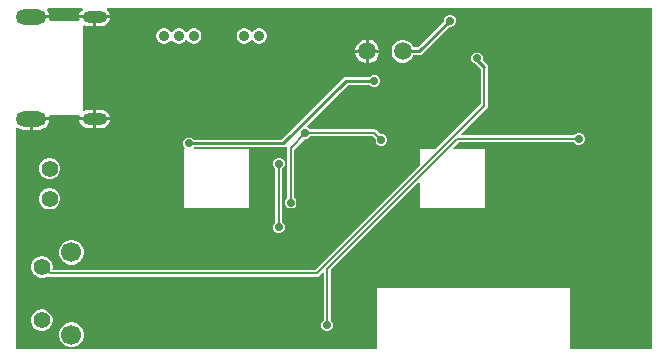
<source format=gbl>
G04*
G04 #@! TF.GenerationSoftware,Altium Limited,Altium Designer,23.8.1 (32)*
G04*
G04 Layer_Physical_Order=2*
G04 Layer_Color=16711680*
%FSLAX44Y44*%
%MOMM*%
G71*
G04*
G04 #@! TF.SameCoordinates,BD739B87-A4AA-4D6D-BF89-38DACE635197*
G04*
G04*
G04 #@! TF.FilePolarity,Positive*
G04*
G01*
G75*
%ADD10C,0.2000*%
%ADD66C,1.5000*%
%ADD74C,0.2500*%
%ADD87O,2.6000X1.3000*%
%ADD88O,2.1000X1.0000*%
%ADD89C,0.9000*%
%ADD90C,1.4000*%
%ADD91C,1.7000*%
%ADD92C,0.7000*%
G36*
X222892Y-41392D02*
X153000D01*
Y11000D01*
X-10000D01*
Y-41392D01*
X-315892D01*
Y145925D01*
X-314753Y146487D01*
X-314039Y145939D01*
X-311849Y145032D01*
X-309500Y144722D01*
X-304250D01*
Y153800D01*
X-303000D01*
Y155050D01*
X-287587D01*
X-287664Y155632D01*
X-286811Y156902D01*
X-264200D01*
X-263010Y157139D01*
X-262096Y156026D01*
X-262207Y155758D01*
X-262300Y155050D01*
X-250650D01*
Y161365D01*
X-254900D01*
X-256858Y161107D01*
X-258086Y160598D01*
X-259204Y161489D01*
X-259102Y162000D01*
Y232008D01*
X-259202Y232509D01*
X-258084Y233401D01*
X-256858Y232893D01*
X-254900Y232635D01*
X-250650D01*
Y238950D01*
X-262300D01*
X-262207Y238242D01*
X-262100Y237983D01*
X-263013Y236870D01*
X-264200Y237106D01*
X-286807D01*
X-287663Y238376D01*
X-287587Y238950D01*
X-303000D01*
Y241450D01*
X-287587D01*
X-287732Y242549D01*
X-288638Y244739D01*
X-289700Y246122D01*
X-289074Y247392D01*
X-259933D01*
X-259502Y246122D01*
X-260249Y245549D01*
X-261451Y243982D01*
X-262207Y242158D01*
X-262300Y241450D01*
X-236500D01*
X-236593Y242158D01*
X-237349Y243982D01*
X-238551Y245549D01*
X-239298Y246122D01*
X-238867Y247392D01*
X222892D01*
Y-41392D01*
D02*
G37*
%LPC*%
G36*
X-236500Y238950D02*
X-248150D01*
Y232635D01*
X-243900D01*
X-241942Y232893D01*
X-240118Y233649D01*
X-238551Y234851D01*
X-237349Y236418D01*
X-236593Y238242D01*
X-236500Y238950D01*
D02*
G37*
G36*
X-109144Y230500D02*
X-110856D01*
X-112509Y230057D01*
X-113991Y229201D01*
X-115201Y227991D01*
X-115517Y227445D01*
X-116983D01*
X-117299Y227991D01*
X-118509Y229201D01*
X-119991Y230057D01*
X-121644Y230500D01*
X-123356D01*
X-125009Y230057D01*
X-126491Y229201D01*
X-127701Y227991D01*
X-128557Y226509D01*
X-129000Y224856D01*
Y223144D01*
X-128557Y221491D01*
X-127701Y220009D01*
X-126491Y218799D01*
X-125009Y217943D01*
X-123356Y217500D01*
X-121644D01*
X-119991Y217943D01*
X-118509Y218799D01*
X-117299Y220009D01*
X-116983Y220555D01*
X-115517D01*
X-115201Y220009D01*
X-113991Y218799D01*
X-112509Y217943D01*
X-110856Y217500D01*
X-109144D01*
X-107491Y217943D01*
X-106009Y218799D01*
X-104799Y220009D01*
X-103943Y221491D01*
X-103500Y223144D01*
Y224856D01*
X-103943Y226509D01*
X-104799Y227991D01*
X-106009Y229201D01*
X-107491Y230057D01*
X-109144Y230500D01*
D02*
G37*
G36*
X-164644D02*
X-166356D01*
X-168009Y230057D01*
X-169491Y229201D01*
X-170701Y227991D01*
X-171017Y227445D01*
X-172483D01*
X-172799Y227991D01*
X-174009Y229201D01*
X-175491Y230057D01*
X-177144Y230500D01*
X-178856D01*
X-180509Y230057D01*
X-181991Y229201D01*
X-183201Y227991D01*
X-183517Y227445D01*
X-184983D01*
X-185299Y227991D01*
X-186509Y229201D01*
X-187991Y230057D01*
X-189644Y230500D01*
X-191356D01*
X-193009Y230057D01*
X-194491Y229201D01*
X-195701Y227991D01*
X-196557Y226509D01*
X-197000Y224856D01*
Y223144D01*
X-196557Y221491D01*
X-195701Y220009D01*
X-194491Y218799D01*
X-193009Y217943D01*
X-191356Y217500D01*
X-189644D01*
X-187991Y217943D01*
X-186509Y218799D01*
X-185299Y220009D01*
X-184983Y220555D01*
X-183517D01*
X-183201Y220009D01*
X-181991Y218799D01*
X-180509Y217943D01*
X-178856Y217500D01*
X-177144D01*
X-175491Y217943D01*
X-174009Y218799D01*
X-172799Y220009D01*
X-172483Y220555D01*
X-171017D01*
X-170701Y220009D01*
X-169491Y218799D01*
X-168009Y217943D01*
X-166356Y217500D01*
X-164644D01*
X-162991Y217943D01*
X-161509Y218799D01*
X-160299Y220009D01*
X-159443Y221491D01*
X-159000Y223144D01*
Y224856D01*
X-159443Y226509D01*
X-160299Y227991D01*
X-161509Y229201D01*
X-162991Y230057D01*
X-164644Y230500D01*
D02*
G37*
G36*
X52495Y242000D02*
X50505D01*
X48668Y241239D01*
X47261Y239832D01*
X46500Y237995D01*
Y236686D01*
X24128Y214314D01*
X20447D01*
X20353Y214667D01*
X19102Y216833D01*
X17333Y218602D01*
X15167Y219853D01*
X12751Y220500D01*
X10249D01*
X7833Y219853D01*
X5667Y218602D01*
X3898Y216833D01*
X2647Y214667D01*
X2000Y212251D01*
Y209749D01*
X2647Y207333D01*
X3898Y205167D01*
X5667Y203398D01*
X7833Y202147D01*
X10249Y201500D01*
X12751D01*
X15167Y202147D01*
X17333Y203398D01*
X19102Y205167D01*
X20353Y207333D01*
X20447Y207686D01*
X25500D01*
X26768Y207939D01*
X27843Y208657D01*
X51186Y232000D01*
X52495D01*
X54332Y232761D01*
X55739Y234168D01*
X56500Y236005D01*
Y237995D01*
X55739Y239832D01*
X54332Y241239D01*
X52495Y242000D01*
D02*
G37*
G36*
X-17184Y221000D02*
X-17250D01*
Y212250D01*
X-8500D01*
Y212316D01*
X-9182Y214860D01*
X-10498Y217140D01*
X-12360Y219002D01*
X-14640Y220319D01*
X-17184Y221000D01*
D02*
G37*
G36*
X-19750D02*
X-19816D01*
X-22360Y220319D01*
X-24640Y219002D01*
X-26502Y217140D01*
X-27819Y214860D01*
X-28500Y212316D01*
Y212250D01*
X-19750D01*
Y221000D01*
D02*
G37*
G36*
X-8500Y209750D02*
X-17250D01*
Y201000D01*
X-17184D01*
X-14640Y201681D01*
X-12360Y202998D01*
X-10498Y204860D01*
X-9182Y207140D01*
X-8500Y209683D01*
Y209750D01*
D02*
G37*
G36*
X-19750D02*
X-28500D01*
Y209683D01*
X-27819Y207140D01*
X-26502Y204860D01*
X-24640Y202998D01*
X-22360Y201681D01*
X-19816Y201000D01*
X-19750D01*
Y209750D01*
D02*
G37*
G36*
X-11505Y191000D02*
X-13495D01*
X-15332Y190239D01*
X-16257Y189314D01*
X-36500D01*
X-37768Y189061D01*
X-38843Y188343D01*
X-90872Y136314D01*
X-165743D01*
X-166668Y137239D01*
X-168505Y138000D01*
X-170495D01*
X-172332Y137239D01*
X-173739Y135832D01*
X-174500Y133995D01*
Y132005D01*
X-173739Y130168D01*
X-172841Y129270D01*
X-173367Y128000D01*
X-174000D01*
Y78000D01*
X-119000D01*
Y128000D01*
X-164583D01*
X-165246Y129270D01*
X-164957Y129686D01*
X-89500D01*
X-88232Y129939D01*
X-87580Y130374D01*
X-86434Y129627D01*
X-86559Y129000D01*
X-86559Y129000D01*
Y87012D01*
X-87739Y85832D01*
X-88500Y83995D01*
Y82005D01*
X-87739Y80168D01*
X-86332Y78761D01*
X-84495Y78000D01*
X-82505D01*
X-80668Y78761D01*
X-79261Y80168D01*
X-78500Y82005D01*
Y83995D01*
X-79261Y85832D01*
X-80441Y87012D01*
Y127733D01*
X-71174Y137000D01*
X-70005D01*
X-68168Y137761D01*
X-66988Y138941D01*
X-13767D01*
X-11500Y136674D01*
Y135005D01*
X-10739Y133168D01*
X-9332Y131761D01*
X-7495Y131000D01*
X-5505D01*
X-3668Y131761D01*
X-2261Y133168D01*
X-1500Y135005D01*
Y136995D01*
X-2261Y138832D01*
X-3668Y140239D01*
X-5505Y141000D01*
X-7174D01*
X-10337Y144163D01*
X-11329Y144826D01*
X-12500Y145059D01*
X-12500Y145059D01*
X-66988D01*
X-68168Y146239D01*
X-69307Y146711D01*
X-69640Y148173D01*
X-35127Y182686D01*
X-16257D01*
X-15332Y181761D01*
X-13495Y181000D01*
X-11505D01*
X-9668Y181761D01*
X-8261Y183168D01*
X-7500Y185005D01*
Y186995D01*
X-8261Y188832D01*
X-9668Y190239D01*
X-11505Y191000D01*
D02*
G37*
G36*
X-243900Y161365D02*
X-248150D01*
Y155050D01*
X-236500D01*
X-236593Y155758D01*
X-237349Y157582D01*
X-238551Y159149D01*
X-240118Y160351D01*
X-241942Y161107D01*
X-243900Y161365D01*
D02*
G37*
G36*
X-236500Y152550D02*
X-248150D01*
Y146235D01*
X-243900D01*
X-241942Y146493D01*
X-240118Y147249D01*
X-238551Y148451D01*
X-237349Y150018D01*
X-236593Y151842D01*
X-236500Y152550D01*
D02*
G37*
G36*
X-250650D02*
X-262300D01*
X-262207Y151842D01*
X-261451Y150018D01*
X-260249Y148451D01*
X-258682Y147249D01*
X-256858Y146493D01*
X-254900Y146235D01*
X-250650D01*
Y152550D01*
D02*
G37*
G36*
X-287587D02*
X-301750D01*
Y144722D01*
X-296500D01*
X-294151Y145032D01*
X-291961Y145939D01*
X-290081Y147381D01*
X-288638Y149261D01*
X-287732Y151451D01*
X-287587Y152550D01*
D02*
G37*
G36*
X75495Y210000D02*
X73505D01*
X71668Y209239D01*
X70261Y207832D01*
X69500Y205995D01*
Y204005D01*
X70261Y202168D01*
X71668Y200761D01*
X73505Y200000D01*
X73596D01*
X77441Y196155D01*
Y166267D01*
X39174Y128000D01*
X26000D01*
Y114826D01*
X-62767Y26059D01*
X-284294D01*
X-285067Y27066D01*
X-285000Y27315D01*
Y29685D01*
X-285613Y31974D01*
X-286798Y34026D01*
X-288474Y35702D01*
X-290526Y36887D01*
X-292815Y37500D01*
X-295185D01*
X-297474Y36887D01*
X-299526Y35702D01*
X-301202Y34026D01*
X-302387Y31974D01*
X-303000Y29685D01*
Y27315D01*
X-302387Y25026D01*
X-301202Y22974D01*
X-299526Y21298D01*
X-297474Y20113D01*
X-295185Y19500D01*
X-292815D01*
X-290526Y20113D01*
X-289212Y20872D01*
X-289178Y20837D01*
X-289178Y20837D01*
X-288185Y20174D01*
X-287015Y19941D01*
X-287015Y19941D01*
X-61500D01*
X-61500Y19941D01*
X-60329Y20174D01*
X-59337Y20837D01*
X-56732Y23442D01*
X-55559Y22956D01*
Y-16988D01*
X-56739Y-18168D01*
X-57500Y-20005D01*
Y-21995D01*
X-56739Y-23832D01*
X-55332Y-25239D01*
X-53495Y-26000D01*
X-51505D01*
X-49668Y-25239D01*
X-48261Y-23832D01*
X-47500Y-21995D01*
Y-20005D01*
X-48261Y-18168D01*
X-49441Y-16988D01*
Y25733D01*
X24827Y100001D01*
X26000Y99515D01*
Y78000D01*
X81000D01*
Y128000D01*
X54485D01*
X53999Y129173D01*
X58767Y133941D01*
X156488D01*
X157668Y132761D01*
X159505Y132000D01*
X161495D01*
X163332Y132761D01*
X164739Y134168D01*
X165500Y136005D01*
Y137995D01*
X164739Y139832D01*
X163332Y141239D01*
X161495Y142000D01*
X159505D01*
X157668Y141239D01*
X156488Y140059D01*
X61544D01*
X61058Y141232D01*
X82663Y162837D01*
X83326Y163829D01*
X83559Y165000D01*
Y196510D01*
X83561Y196514D01*
X83814Y197782D01*
X83561Y199050D01*
X82843Y200125D01*
X79343Y203626D01*
X79500Y204005D01*
Y205995D01*
X78739Y207832D01*
X77332Y209239D01*
X75495Y210000D01*
D02*
G37*
G36*
X-286315Y120750D02*
X-288685D01*
X-290974Y120137D01*
X-293026Y118952D01*
X-294702Y117276D01*
X-295887Y115224D01*
X-296500Y112935D01*
Y110565D01*
X-295887Y108276D01*
X-294702Y106224D01*
X-293026Y104548D01*
X-290974Y103363D01*
X-288685Y102750D01*
X-286315D01*
X-284026Y103363D01*
X-281974Y104548D01*
X-280298Y106224D01*
X-279113Y108276D01*
X-278500Y110565D01*
Y112935D01*
X-279113Y115224D01*
X-280298Y117276D01*
X-281974Y118952D01*
X-284026Y120137D01*
X-286315Y120750D01*
D02*
G37*
G36*
Y95250D02*
X-288685D01*
X-290974Y94637D01*
X-293026Y93452D01*
X-294702Y91776D01*
X-295887Y89724D01*
X-296500Y87435D01*
Y85065D01*
X-295887Y82776D01*
X-294702Y80724D01*
X-293026Y79048D01*
X-290974Y77863D01*
X-288685Y77250D01*
X-286315D01*
X-284026Y77863D01*
X-281974Y79048D01*
X-280298Y80724D01*
X-279113Y82776D01*
X-278500Y85065D01*
Y87435D01*
X-279113Y89724D01*
X-280298Y91776D01*
X-281974Y93452D01*
X-284026Y94637D01*
X-286315Y95250D01*
D02*
G37*
G36*
X-92506Y121000D02*
X-94495D01*
X-96332Y120239D01*
X-97739Y118832D01*
X-98500Y116995D01*
Y115005D01*
X-97739Y113168D01*
X-96559Y111988D01*
Y66012D01*
X-97739Y64832D01*
X-98500Y62995D01*
Y61005D01*
X-97739Y59168D01*
X-96332Y57761D01*
X-94495Y57000D01*
X-92506D01*
X-90668Y57761D01*
X-89261Y59168D01*
X-88500Y61005D01*
Y62995D01*
X-89261Y64832D01*
X-90441Y66012D01*
Y111988D01*
X-89261Y113168D01*
X-88500Y115005D01*
Y116995D01*
X-89261Y118832D01*
X-90668Y120239D01*
X-92506Y121000D01*
D02*
G37*
G36*
X-267618Y51500D02*
X-270382D01*
X-273053Y50784D01*
X-275447Y49402D01*
X-277402Y47447D01*
X-278784Y45053D01*
X-279500Y42382D01*
Y39618D01*
X-278784Y36947D01*
X-277402Y34553D01*
X-275447Y32598D01*
X-273053Y31216D01*
X-270382Y30500D01*
X-267618D01*
X-264947Y31216D01*
X-262553Y32598D01*
X-260598Y34553D01*
X-259216Y36947D01*
X-258500Y39618D01*
Y42382D01*
X-259216Y45053D01*
X-260598Y47447D01*
X-262553Y49402D01*
X-264947Y50784D01*
X-267618Y51500D01*
D02*
G37*
G36*
X-292815Y-7500D02*
X-295185D01*
X-297474Y-8113D01*
X-299526Y-9298D01*
X-301202Y-10974D01*
X-302387Y-13026D01*
X-303000Y-15315D01*
Y-17685D01*
X-302387Y-19974D01*
X-301202Y-22026D01*
X-299526Y-23702D01*
X-297474Y-24887D01*
X-295185Y-25500D01*
X-292815D01*
X-290526Y-24887D01*
X-288474Y-23702D01*
X-286798Y-22026D01*
X-285613Y-19974D01*
X-285000Y-17685D01*
Y-15315D01*
X-285613Y-13026D01*
X-286798Y-10974D01*
X-288474Y-9298D01*
X-290526Y-8113D01*
X-292815Y-7500D01*
D02*
G37*
G36*
X-267618Y-18500D02*
X-270382D01*
X-273053Y-19216D01*
X-275447Y-20598D01*
X-277402Y-22553D01*
X-278784Y-24947D01*
X-279500Y-27618D01*
Y-30382D01*
X-278784Y-33053D01*
X-277402Y-35447D01*
X-275447Y-37402D01*
X-273053Y-38784D01*
X-270382Y-39500D01*
X-267618D01*
X-264947Y-38784D01*
X-262553Y-37402D01*
X-260598Y-35447D01*
X-259216Y-33053D01*
X-258500Y-30382D01*
Y-27618D01*
X-259216Y-24947D01*
X-260598Y-22553D01*
X-262553Y-20598D01*
X-264947Y-19216D01*
X-267618Y-18500D01*
D02*
G37*
%LPD*%
D10*
X-71000Y141500D02*
Y142000D01*
X-83500Y129000D02*
X-71000Y141500D01*
Y142000D02*
X-12500D01*
X-6500Y136000D01*
X-83500Y83000D02*
Y129000D01*
X-52500Y27000D02*
X57500Y137000D01*
X160500D01*
X-93500Y62000D02*
Y116000D01*
X-52500Y-21000D02*
Y27000D01*
X-292515Y28500D02*
X-287015Y23000D01*
X80500Y165000D02*
Y197782D01*
X-287015Y23000D02*
X-61500D01*
X80500Y165000D01*
X-294000Y28500D02*
X-292515D01*
D66*
X-18500Y211000D02*
D03*
X11500D02*
D03*
D74*
X-169500Y133000D02*
X-89500D01*
X-36500Y186000D01*
X-12500D01*
X74500Y203782D02*
X80500Y197782D01*
X74500Y203782D02*
Y205000D01*
X11500Y211000D02*
X25500D01*
X51500Y237000D01*
D87*
X-303000Y153800D02*
D03*
Y240200D02*
D03*
D88*
X-249400Y153800D02*
D03*
Y240200D02*
D03*
D89*
X-110000Y224000D02*
D03*
X-122500D02*
D03*
X-178000D02*
D03*
X-190500D02*
D03*
X-165500D02*
D03*
D90*
X-294000Y-16500D02*
D03*
Y28500D02*
D03*
X-287500Y86250D02*
D03*
Y111750D02*
D03*
D91*
X-269000Y-29000D02*
D03*
Y41000D02*
D03*
D92*
X200000Y-5000D02*
D03*
X180000D02*
D03*
Y-35000D02*
D03*
X200000D02*
D03*
X56000Y27000D02*
D03*
X43000D02*
D03*
X69000D02*
D03*
X145000D02*
D03*
X133000D02*
D03*
X121000D02*
D03*
X108000D02*
D03*
X82000D02*
D03*
X95000D02*
D03*
X158000Y-36000D02*
D03*
Y-24000D02*
D03*
Y-12000D02*
D03*
Y1000D02*
D03*
Y27000D02*
D03*
Y14000D02*
D03*
X-15000D02*
D03*
Y27000D02*
D03*
Y1000D02*
D03*
Y-12000D02*
D03*
Y-24000D02*
D03*
X-71000Y142000D02*
D03*
X-5500Y103000D02*
D03*
X160500Y137000D02*
D03*
X200000Y-20000D02*
D03*
X180000D02*
D03*
X195000Y220000D02*
D03*
Y240000D02*
D03*
X215000D02*
D03*
Y220000D02*
D03*
Y200000D02*
D03*
Y180000D02*
D03*
Y160000D02*
D03*
Y140000D02*
D03*
Y120000D02*
D03*
Y100000D02*
D03*
Y80000D02*
D03*
X215133Y63014D02*
D03*
X215213Y43608D02*
D03*
X215000Y25000D02*
D03*
Y5000D02*
D03*
X214890Y-10082D02*
D03*
X215000Y-25000D02*
D03*
X5000Y27000D02*
D03*
X-15000Y-36000D02*
D03*
X-81500Y223000D02*
D03*
X-110000Y50000D02*
D03*
X-180000Y40000D02*
D03*
X168500Y88000D02*
D03*
X-36500Y193000D02*
D03*
X-61500D02*
D03*
X-141500Y3000D02*
D03*
X-81500Y-17000D02*
D03*
X-106500Y-7000D02*
D03*
X-180000Y10000D02*
D03*
X-296500Y8000D02*
D03*
X-266500D02*
D03*
X-130000Y60000D02*
D03*
X-110000Y75000D02*
D03*
X-155000Y60000D02*
D03*
X-220000Y65000D02*
D03*
X-250000D02*
D03*
Y135000D02*
D03*
X-146500Y143000D02*
D03*
X-156500Y158000D02*
D03*
X-181500D02*
D03*
X-171500Y173000D02*
D03*
X-196500D02*
D03*
X-186500Y188000D02*
D03*
X-201500Y198000D02*
D03*
X-50500Y98000D02*
D03*
X-38500D02*
D03*
Y110000D02*
D03*
X-50500D02*
D03*
X-62500D02*
D03*
Y98000D02*
D03*
Y86000D02*
D03*
X-50500D02*
D03*
X-38500D02*
D03*
X-26500D02*
D03*
Y98000D02*
D03*
Y110000D02*
D03*
Y122000D02*
D03*
X-38500D02*
D03*
X-50500D02*
D03*
X-62500D02*
D03*
X-229500Y227000D02*
D03*
X-230500Y167000D02*
D03*
X-83500Y83000D02*
D03*
X-6500Y136000D02*
D03*
X-12500Y186000D02*
D03*
X-169500Y133000D02*
D03*
X74500Y205000D02*
D03*
X-52500Y-21000D02*
D03*
X-93500Y62000D02*
D03*
Y116000D02*
D03*
X51500Y237000D02*
D03*
M02*

</source>
